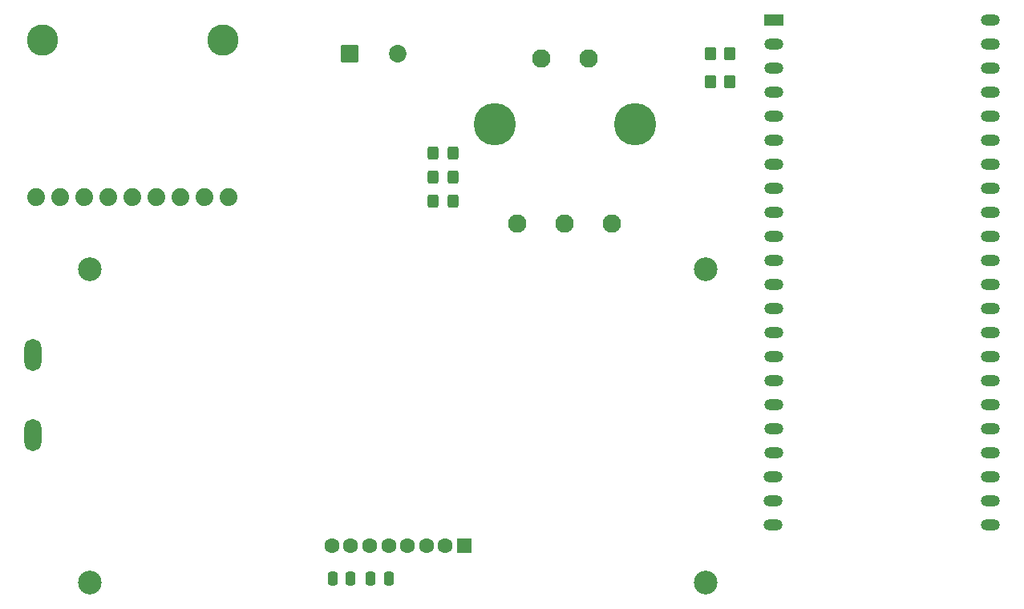
<source format=gbr>
%TF.GenerationSoftware,KiCad,Pcbnew,9.0.0*%
%TF.CreationDate,2025-04-12T20:32:53-04:00*%
%TF.ProjectId,phoenix_v1,70686f65-6e69-4785-9f76-312e6b696361,v2*%
%TF.SameCoordinates,Original*%
%TF.FileFunction,Soldermask,Top*%
%TF.FilePolarity,Negative*%
%FSLAX46Y46*%
G04 Gerber Fmt 4.6, Leading zero omitted, Abs format (unit mm)*
G04 Created by KiCad (PCBNEW 9.0.0) date 2025-04-12 20:32:53*
%MOMM*%
%LPD*%
G01*
G04 APERTURE LIST*
G04 Aperture macros list*
%AMRoundRect*
0 Rectangle with rounded corners*
0 $1 Rounding radius*
0 $2 $3 $4 $5 $6 $7 $8 $9 X,Y pos of 4 corners*
0 Add a 4 corners polygon primitive as box body*
4,1,4,$2,$3,$4,$5,$6,$7,$8,$9,$2,$3,0*
0 Add four circle primitives for the rounded corners*
1,1,$1+$1,$2,$3*
1,1,$1+$1,$4,$5*
1,1,$1+$1,$6,$7*
1,1,$1+$1,$8,$9*
0 Add four rect primitives between the rounded corners*
20,1,$1+$1,$2,$3,$4,$5,0*
20,1,$1+$1,$4,$5,$6,$7,0*
20,1,$1+$1,$6,$7,$8,$9,0*
20,1,$1+$1,$8,$9,$2,$3,0*%
G04 Aperture macros list end*
%ADD10RoundRect,0.250000X0.325000X0.450000X-0.325000X0.450000X-0.325000X-0.450000X0.325000X-0.450000X0*%
%ADD11C,1.879600*%
%ADD12C,3.301600*%
%ADD13RoundRect,0.102000X-0.825000X-0.825000X0.825000X-0.825000X0.825000X0.825000X-0.825000X0.825000X0*%
%ADD14C,1.854000*%
%ADD15RoundRect,0.250000X0.250000X0.475000X-0.250000X0.475000X-0.250000X-0.475000X0.250000X-0.475000X0*%
%ADD16RoundRect,0.250000X-0.350000X-0.450000X0.350000X-0.450000X0.350000X0.450000X-0.350000X0.450000X0*%
%ADD17C,2.500000*%
%ADD18R,1.600000X1.600000*%
%ADD19C,1.600000*%
%ADD20O,1.800000X3.400000*%
%ADD21R,2.000000X1.200000*%
%ADD22O,2.000000X1.200000*%
%ADD23C,1.950000*%
%ADD24C,4.460000*%
G04 APERTURE END LIST*
D10*
%TO.C,D3*%
X129225000Y-79120000D03*
X131275000Y-79120000D03*
%TD*%
%TO.C,D2*%
X129225000Y-76540000D03*
X131275000Y-76540000D03*
%TD*%
%TO.C,D1*%
X129225000Y-74040000D03*
X131275000Y-74040000D03*
%TD*%
D11*
%TO.C,J2*%
X107610000Y-78668000D03*
X105070000Y-78668000D03*
X102530000Y-78668000D03*
X99990000Y-78668000D03*
X97450000Y-78668000D03*
X94910000Y-78668000D03*
X92370000Y-78668000D03*
X89830000Y-78668000D03*
X87290000Y-78668000D03*
D12*
X87925000Y-62031000D03*
X106975000Y-62031000D03*
%TD*%
D13*
%TO.C,J1*%
X120420000Y-63500000D03*
D14*
X125500000Y-63500000D03*
%TD*%
D15*
%TO.C,C1*%
X124500000Y-119000000D03*
X122600000Y-119000000D03*
%TD*%
%TO.C,C2*%
X120500000Y-119000000D03*
X118600000Y-119000000D03*
%TD*%
D16*
%TO.C,R5*%
X158500000Y-66450000D03*
X160500000Y-66450000D03*
%TD*%
%TO.C,R4*%
X158500000Y-63500000D03*
X160500000Y-63500000D03*
%TD*%
D17*
%TO.C,U2*%
X93000000Y-86300000D03*
X93000000Y-119400000D03*
X158000000Y-86300000D03*
X158000000Y-119400000D03*
D18*
X132500000Y-115500000D03*
D19*
X130500000Y-115500000D03*
X128500000Y-115500000D03*
X126500000Y-115500000D03*
X124500000Y-115500000D03*
X122500000Y-115500000D03*
X120500000Y-115500000D03*
X118500000Y-115500000D03*
D20*
X86950000Y-103850000D03*
X86950000Y-95350000D03*
%TD*%
D21*
%TO.C,U1*%
X165140000Y-59920000D03*
D22*
X165140000Y-62460000D03*
X165140000Y-65000000D03*
X165140000Y-67540000D03*
X165140000Y-70080000D03*
X165140000Y-72620000D03*
X165140000Y-75160000D03*
X165140000Y-77700000D03*
X165140000Y-80240000D03*
X165140000Y-82780000D03*
X165140000Y-85320000D03*
X165140000Y-87860000D03*
X165140000Y-90400000D03*
X165140000Y-92940000D03*
X165140000Y-95480000D03*
X165140000Y-98020000D03*
X165140000Y-100560000D03*
X165140000Y-103100000D03*
X165140000Y-105640000D03*
X165136320Y-108177280D03*
X165136320Y-110717280D03*
X165136320Y-113257280D03*
X188000000Y-113260000D03*
X188000000Y-110720000D03*
X188000000Y-108180000D03*
X188000000Y-105640000D03*
X188000000Y-103100000D03*
X188000000Y-100560000D03*
X188000000Y-98020000D03*
X188000000Y-95480000D03*
X188000000Y-92940000D03*
X188000000Y-90400000D03*
X188000000Y-87860000D03*
X188000000Y-85320000D03*
X188000000Y-82780000D03*
X188000000Y-80240000D03*
X188000000Y-77700000D03*
X188000000Y-75160000D03*
X188000000Y-72620000D03*
X188000000Y-70080000D03*
X188000000Y-67540000D03*
X188000000Y-65000000D03*
X188000000Y-62460000D03*
X188000000Y-59920000D03*
%TD*%
D23*
%TO.C,SW1*%
X138100000Y-81500000D03*
X143100000Y-81500000D03*
X148100000Y-81500000D03*
D24*
X135700000Y-71000000D03*
X150500000Y-71000000D03*
D23*
X140600000Y-64000000D03*
X145600000Y-64000000D03*
%TD*%
M02*

</source>
